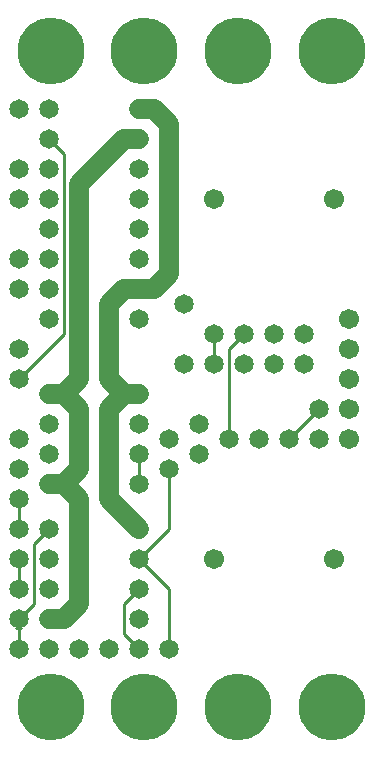
<source format=gtl>
%MOIN*%
%FSLAX25Y25*%
G04 D10 used for Character Trace; *
G04     Circle (OD=.01000) (No hole)*
G04 D11 used for Power Trace; *
G04     Circle (OD=.06700) (No hole)*
G04 D12 used for Signal Trace; *
G04     Circle (OD=.01100) (No hole)*
G04 D13 used for Via; *
G04     Circle (OD=.05800) (Round. Hole ID=.02800)*
G04 D14 used for Component hole; *
G04     Circle (OD=.06500) (Round. Hole ID=.03500)*
G04 D15 used for Component hole; *
G04     Circle (OD=.06700) (Round. Hole ID=.04300)*
G04 D16 used for Component hole; *
G04     Circle (OD=.08100) (Round. Hole ID=.05100)*
G04 D17 used for Component hole; *
G04     Circle (OD=.08900) (Round. Hole ID=.05900)*
G04 D18 used for Component hole; *
G04     Circle (OD=.11300) (Round. Hole ID=.08300)*
G04 D19 used for Component hole; *
G04     Circle (OD=.16000) (Round. Hole ID=.13000)*
G04 D20 used for Component hole; *
G04     Circle (OD=.18300) (Round. Hole ID=.15300)*
G04 D21 used for Component hole; *
G04     Circle (OD=.22291) (Round. Hole ID=.19291)*
%ADD10C,.01000*%
%ADD11C,.06700*%
%ADD12C,.01100*%
%ADD13C,.05800*%
%ADD14C,.06500*%
%ADD15C,.06700*%
%ADD16C,.08100*%
%ADD17C,.08900*%
%ADD18C,.11300*%
%ADD19C,.16000*%
%ADD20C,.18300*%
%ADD21C,.22291*%
%IPPOS*%
%LPD*%
G90*X0Y0D02*D21*X15625Y15625D03*D14*              
X35000Y35000D03*X25000D03*X15000D03*X5000D03*D12* 
Y45000D01*D10*X4163Y46914D02*X5000Y47871D01*      
Y42129D01*X4163D02*X5837D01*D14*X5000Y45000D03*   
D12*X10000Y50000D01*Y70000D01*X15000Y75000D01*D14*
D03*D13*X25000Y65000D03*D11*Y50000D01*            
X20000Y45000D01*X15000D01*D14*D03*X5000Y55000D03* 
D12*Y65000D01*D14*D03*X15000Y55000D03*Y65000D03*  
X5000Y75000D03*D12*Y85000D01*D14*D03*Y95000D03*   
X15000Y90000D03*D11*X20000D01*X25000Y85000D01*    
Y65000D01*D12*X40000Y40000D02*Y50000D01*          
X45000Y35000D02*X40000Y40000D01*D14*              
X45000Y35000D03*X55000D03*D12*Y55000D01*          
X45000Y65000D01*D14*D03*D12*X55000Y75000D01*      
Y95000D01*D14*D03*X45000Y100000D03*D12*Y90000D01* 
D14*D03*D11*Y75000D02*X35000Y85000D01*D14*        
X45000Y75000D03*D11*X35000Y85000D02*Y115000D01*   
X40000Y120000D01*X45000D01*D14*D03*D11*X40000D02* 
X35000Y125000D01*Y150000D01*X40000Y155000D01*     
X45000D01*D14*D03*D11*X50000D01*X55000Y160000D01* 
Y210000D01*X50000Y215000D01*X45000D01*D14*D03*D11*
X25000Y190000D02*X40000Y205000D01*                
X25000Y125000D02*Y190000D01*X20000Y120000D02*     
X25000Y125000D01*Y115000D02*X20000Y120000D01*     
X25000Y95000D02*Y115000D01*X20000Y90000D02*       
X25000Y95000D01*D14*X15000Y100000D03*             
X5000Y105000D03*X15000Y110000D03*X45000D03*D11*   
X15000Y120000D02*X20000D01*D14*X15000D03*         
X5000Y125000D03*D12*X20000Y140000D01*Y200000D01*  
X15000Y205000D01*D14*D03*X5000Y215000D03*         
Y195000D03*X15000Y215000D03*Y195000D03*           
X5000Y185000D03*X15000D03*D11*X40000Y205000D02*   
X45000D01*D14*D03*Y195000D03*Y185000D03*D15*      
X70000D03*D21*X15625Y234375D03*D14*               
X15000Y175000D03*D21*X46875Y234375D03*D14*        
X45000Y175000D03*D21*X78125Y234375D03*D14*        
X5000Y165000D03*X15000D03*X45000D03*              
X5000Y155000D03*X15000D03*X60000Y150000D03*       
X15000Y145000D03*X45000D03*D15*X110000Y185000D03* 
D14*X70000Y140000D03*D12*Y130000D01*D14*D03*D12*  
X75000Y105000D02*Y135000D01*D14*Y105000D03*       
X65000Y110000D03*X85000Y105000D03*                
X65000Y100000D03*X95000Y105000D03*D12*            
X105000Y115000D01*D14*D03*D15*X115000Y105000D03*  
Y125000D03*Y115000D03*D14*X105000Y105000D03*      
X90000Y130000D03*X100000D03*D15*X115000Y135000D03*
D14*X80000Y140000D03*D12*X75000Y135000D01*D14*    
X80000Y130000D03*X90000Y140000D03*                
X60000Y130000D03*X100000Y140000D03*               
X55000Y105000D03*D15*X115000Y145000D03*           
X70000Y65000D03*D14*X5000Y135000D03*D15*          
X110000Y65000D03*D14*X45000Y55000D03*D12*         
X40000Y50000D01*D14*X45000Y45000D03*D10*          
X4163Y46914D02*X5000Y47871D01*Y42129D01*X4163D02* 
X5837D01*D21*X46875Y15625D03*X78125D03*X109375D03*
Y234375D03*M02*                                   

</source>
